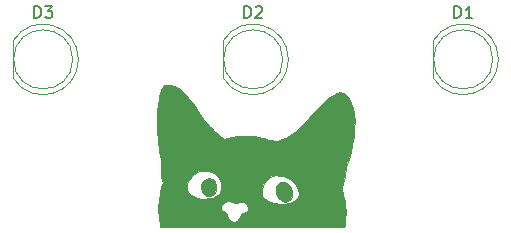
<source format=gbr>
G04 #@! TF.GenerationSoftware,KiCad,Pcbnew,5.1.5-52549c5~84~ubuntu18.04.1*
G04 #@! TF.CreationDate,2020-03-02T21:01:08-05:00*
G04 #@! TF.ProjectId,left-board_rev2,6c656674-2d62-46f6-9172-645f72657632,rev?*
G04 #@! TF.SameCoordinates,Original*
G04 #@! TF.FileFunction,Legend,Top*
G04 #@! TF.FilePolarity,Positive*
%FSLAX46Y46*%
G04 Gerber Fmt 4.6, Leading zero omitted, Abs format (unit mm)*
G04 Created by KiCad (PCBNEW 5.1.5-52549c5~84~ubuntu18.04.1) date 2020-03-02 21:01:08*
%MOMM*%
%LPD*%
G04 APERTURE LIST*
%ADD10C,0.010000*%
%ADD11C,0.120000*%
%ADD12C,0.150000*%
G04 APERTURE END LIST*
D10*
G36*
X112322832Y-40238187D02*
G01*
X112453505Y-40257542D01*
X112705681Y-40334216D01*
X112951831Y-40451701D01*
X113197430Y-40615249D01*
X113447955Y-40830112D01*
X113708882Y-41101543D01*
X113985687Y-41434793D01*
X114283847Y-41835114D01*
X114608837Y-42307759D01*
X114639904Y-42354500D01*
X114864325Y-42688854D01*
X115057289Y-42966137D01*
X115230565Y-43202080D01*
X115395921Y-43412411D01*
X115565126Y-43612862D01*
X115669251Y-43730333D01*
X115857066Y-43928488D01*
X116068081Y-44133822D01*
X116284960Y-44330894D01*
X116490369Y-44504259D01*
X116666973Y-44638474D01*
X116748462Y-44691753D01*
X116932090Y-44801062D01*
X117595128Y-44690934D01*
X118014689Y-44624907D01*
X118370316Y-44579348D01*
X118680408Y-44554998D01*
X118963368Y-44552596D01*
X119237597Y-44572880D01*
X119521494Y-44616591D01*
X119833463Y-44684468D01*
X120191902Y-44777250D01*
X120269000Y-44798367D01*
X120635244Y-44893303D01*
X120939336Y-44955747D01*
X121197498Y-44985241D01*
X121425952Y-44981324D01*
X121640919Y-44943537D01*
X121858622Y-44871420D01*
X122095282Y-44764513D01*
X122133238Y-44745539D01*
X122409381Y-44596125D01*
X122667952Y-44433007D01*
X122919975Y-44246808D01*
X123176471Y-44028154D01*
X123448467Y-43767669D01*
X123746983Y-43455980D01*
X124070351Y-43098064D01*
X124459106Y-42665597D01*
X124817706Y-42280586D01*
X125142163Y-41947009D01*
X125428491Y-41668844D01*
X125672704Y-41450068D01*
X125870814Y-41294659D01*
X125893361Y-41279055D01*
X126218177Y-41079729D01*
X126503000Y-40952411D01*
X126752704Y-40897307D01*
X126972161Y-40914624D01*
X127166244Y-41004567D01*
X127339827Y-41167343D01*
X127464455Y-41345549D01*
X127668622Y-41760759D01*
X127820249Y-42235357D01*
X127919348Y-42762348D01*
X127965931Y-43334735D01*
X127960011Y-43945524D01*
X127901598Y-44587718D01*
X127790706Y-45254324D01*
X127627345Y-45938344D01*
X127455636Y-46503166D01*
X127382915Y-46726679D01*
X127321154Y-46926905D01*
X127275016Y-47087891D01*
X127249162Y-47193684D01*
X127245282Y-47222833D01*
X127233856Y-47458241D01*
X127196333Y-47743534D01*
X127137849Y-48049901D01*
X127063541Y-48348529D01*
X127017781Y-48499053D01*
X126955994Y-48690217D01*
X126915256Y-48837568D01*
X126895535Y-48962578D01*
X126896800Y-49086718D01*
X126919020Y-49231460D01*
X126962164Y-49418275D01*
X127016131Y-49629550D01*
X127070293Y-49855539D01*
X127121809Y-50097689D01*
X127162104Y-50314801D01*
X127172460Y-50380587D01*
X127192347Y-50584167D01*
X127202257Y-50837096D01*
X127202847Y-51117495D01*
X127194772Y-51403484D01*
X127178687Y-51673185D01*
X127155247Y-51904718D01*
X127125108Y-52076204D01*
X127121221Y-52091166D01*
X127063500Y-52302833D01*
X119290279Y-52313529D01*
X111517059Y-52324225D01*
X111469490Y-52080695D01*
X111379079Y-51424985D01*
X111354715Y-50740298D01*
X111361553Y-50624065D01*
X116655546Y-50624065D01*
X116676500Y-50770696D01*
X116737640Y-50890663D01*
X116824416Y-50960500D01*
X116869652Y-50969333D01*
X116959237Y-51006488D01*
X117053653Y-51103295D01*
X117135300Y-51237762D01*
X117179170Y-51356050D01*
X117251868Y-51563079D01*
X117351517Y-51710257D01*
X117487883Y-51817862D01*
X117674406Y-51888970D01*
X117864112Y-51886224D01*
X118026705Y-51815022D01*
X118127450Y-51705135D01*
X118218875Y-51533971D01*
X118237555Y-51486939D01*
X118314142Y-51303697D01*
X118388544Y-51186129D01*
X118476291Y-51117118D01*
X118592914Y-51079545D01*
X118610183Y-51076227D01*
X118792121Y-51025629D01*
X118902168Y-50948108D01*
X118951392Y-50833659D01*
X118956666Y-50763042D01*
X118920472Y-50591867D01*
X118825439Y-50420340D01*
X118691889Y-50278140D01*
X118576311Y-50207600D01*
X118480346Y-50178102D01*
X118374743Y-50173527D01*
X118228469Y-50193642D01*
X118171575Y-50204544D01*
X118025684Y-50229837D01*
X117910429Y-50235557D01*
X117792035Y-50219303D01*
X117636729Y-50178679D01*
X117582304Y-50162691D01*
X117343354Y-50107086D01*
X117154107Y-50103343D01*
X116994605Y-50155203D01*
X116844891Y-50266408D01*
X116801701Y-50309003D01*
X116703580Y-50431610D01*
X116661371Y-50553001D01*
X116655546Y-50624065D01*
X111361553Y-50624065D01*
X111395370Y-50049329D01*
X111500018Y-49374768D01*
X111607667Y-48938235D01*
X113742310Y-48938235D01*
X113776621Y-49163470D01*
X113874881Y-49351484D01*
X114057649Y-49536984D01*
X114310296Y-49691804D01*
X114621903Y-49810568D01*
X114956166Y-49884118D01*
X115127988Y-49896177D01*
X115349120Y-49892229D01*
X115586244Y-49874737D01*
X115806044Y-49846162D01*
X115975201Y-49808968D01*
X115975908Y-49808751D01*
X116240332Y-49701792D01*
X116432975Y-49560258D01*
X116487034Y-49482161D01*
X120116041Y-49482161D01*
X120151498Y-49633071D01*
X120154824Y-49639696D01*
X120316046Y-49858590D01*
X120547392Y-50037992D01*
X120842916Y-50175583D01*
X121196674Y-50269039D01*
X121602718Y-50316042D01*
X121898833Y-50320438D01*
X122134482Y-50312708D01*
X122307603Y-50299189D01*
X122440299Y-50276574D01*
X122554673Y-50241553D01*
X122628111Y-50211257D01*
X122831884Y-50090598D01*
X123017285Y-49926342D01*
X123161482Y-49741732D01*
X123231004Y-49597526D01*
X123258298Y-49386866D01*
X123216726Y-49154212D01*
X123114443Y-48912720D01*
X122959608Y-48675548D01*
X122760377Y-48455854D01*
X122524909Y-48266795D01*
X122338126Y-48157335D01*
X121976151Y-48009846D01*
X121627046Y-47932831D01*
X121298483Y-47925384D01*
X120998136Y-47986599D01*
X120733679Y-48115570D01*
X120512787Y-48311393D01*
X120459038Y-48379102D01*
X120337129Y-48579625D01*
X120237056Y-48810160D01*
X120163638Y-49050738D01*
X120121694Y-49281394D01*
X120116041Y-49482161D01*
X116487034Y-49482161D01*
X116562454Y-49373206D01*
X116637392Y-49129692D01*
X116660691Y-48939411D01*
X116648906Y-48595263D01*
X116563769Y-48291111D01*
X116408494Y-48030814D01*
X116186297Y-47818230D01*
X115900391Y-47657217D01*
X115553991Y-47551635D01*
X115495144Y-47540488D01*
X115148202Y-47519956D01*
X114818944Y-47579247D01*
X114515355Y-47714074D01*
X114245420Y-47920152D01*
X114017125Y-48193193D01*
X113898262Y-48397684D01*
X113782812Y-48684794D01*
X113742310Y-48938235D01*
X111607667Y-48938235D01*
X111612589Y-48918278D01*
X111709869Y-48581723D01*
X111626717Y-48262111D01*
X111593861Y-48120622D01*
X111571371Y-47979247D01*
X111557861Y-47818681D01*
X111551949Y-47619620D01*
X111552251Y-47362760D01*
X111553735Y-47244000D01*
X111555976Y-46954765D01*
X111551741Y-46722894D01*
X111538876Y-46521193D01*
X111515229Y-46322470D01*
X111478646Y-46099531D01*
X111451491Y-45952833D01*
X111380523Y-45543952D01*
X111327053Y-45149722D01*
X111289324Y-44748677D01*
X111265579Y-44319351D01*
X111254061Y-43840280D01*
X111252289Y-43518666D01*
X111259153Y-42941791D01*
X111280490Y-42434098D01*
X111317417Y-41981164D01*
X111371048Y-41568565D01*
X111427540Y-41253833D01*
X111488401Y-40995681D01*
X111560509Y-40757279D01*
X111637948Y-40553788D01*
X111714801Y-40400368D01*
X111785151Y-40312178D01*
X111798478Y-40303399D01*
X111938371Y-40257968D01*
X112124977Y-40235403D01*
X112322832Y-40238187D01*
G37*
X112322832Y-40238187D02*
X112453505Y-40257542D01*
X112705681Y-40334216D01*
X112951831Y-40451701D01*
X113197430Y-40615249D01*
X113447955Y-40830112D01*
X113708882Y-41101543D01*
X113985687Y-41434793D01*
X114283847Y-41835114D01*
X114608837Y-42307759D01*
X114639904Y-42354500D01*
X114864325Y-42688854D01*
X115057289Y-42966137D01*
X115230565Y-43202080D01*
X115395921Y-43412411D01*
X115565126Y-43612862D01*
X115669251Y-43730333D01*
X115857066Y-43928488D01*
X116068081Y-44133822D01*
X116284960Y-44330894D01*
X116490369Y-44504259D01*
X116666973Y-44638474D01*
X116748462Y-44691753D01*
X116932090Y-44801062D01*
X117595128Y-44690934D01*
X118014689Y-44624907D01*
X118370316Y-44579348D01*
X118680408Y-44554998D01*
X118963368Y-44552596D01*
X119237597Y-44572880D01*
X119521494Y-44616591D01*
X119833463Y-44684468D01*
X120191902Y-44777250D01*
X120269000Y-44798367D01*
X120635244Y-44893303D01*
X120939336Y-44955747D01*
X121197498Y-44985241D01*
X121425952Y-44981324D01*
X121640919Y-44943537D01*
X121858622Y-44871420D01*
X122095282Y-44764513D01*
X122133238Y-44745539D01*
X122409381Y-44596125D01*
X122667952Y-44433007D01*
X122919975Y-44246808D01*
X123176471Y-44028154D01*
X123448467Y-43767669D01*
X123746983Y-43455980D01*
X124070351Y-43098064D01*
X124459106Y-42665597D01*
X124817706Y-42280586D01*
X125142163Y-41947009D01*
X125428491Y-41668844D01*
X125672704Y-41450068D01*
X125870814Y-41294659D01*
X125893361Y-41279055D01*
X126218177Y-41079729D01*
X126503000Y-40952411D01*
X126752704Y-40897307D01*
X126972161Y-40914624D01*
X127166244Y-41004567D01*
X127339827Y-41167343D01*
X127464455Y-41345549D01*
X127668622Y-41760759D01*
X127820249Y-42235357D01*
X127919348Y-42762348D01*
X127965931Y-43334735D01*
X127960011Y-43945524D01*
X127901598Y-44587718D01*
X127790706Y-45254324D01*
X127627345Y-45938344D01*
X127455636Y-46503166D01*
X127382915Y-46726679D01*
X127321154Y-46926905D01*
X127275016Y-47087891D01*
X127249162Y-47193684D01*
X127245282Y-47222833D01*
X127233856Y-47458241D01*
X127196333Y-47743534D01*
X127137849Y-48049901D01*
X127063541Y-48348529D01*
X127017781Y-48499053D01*
X126955994Y-48690217D01*
X126915256Y-48837568D01*
X126895535Y-48962578D01*
X126896800Y-49086718D01*
X126919020Y-49231460D01*
X126962164Y-49418275D01*
X127016131Y-49629550D01*
X127070293Y-49855539D01*
X127121809Y-50097689D01*
X127162104Y-50314801D01*
X127172460Y-50380587D01*
X127192347Y-50584167D01*
X127202257Y-50837096D01*
X127202847Y-51117495D01*
X127194772Y-51403484D01*
X127178687Y-51673185D01*
X127155247Y-51904718D01*
X127125108Y-52076204D01*
X127121221Y-52091166D01*
X127063500Y-52302833D01*
X119290279Y-52313529D01*
X111517059Y-52324225D01*
X111469490Y-52080695D01*
X111379079Y-51424985D01*
X111354715Y-50740298D01*
X111361553Y-50624065D01*
X116655546Y-50624065D01*
X116676500Y-50770696D01*
X116737640Y-50890663D01*
X116824416Y-50960500D01*
X116869652Y-50969333D01*
X116959237Y-51006488D01*
X117053653Y-51103295D01*
X117135300Y-51237762D01*
X117179170Y-51356050D01*
X117251868Y-51563079D01*
X117351517Y-51710257D01*
X117487883Y-51817862D01*
X117674406Y-51888970D01*
X117864112Y-51886224D01*
X118026705Y-51815022D01*
X118127450Y-51705135D01*
X118218875Y-51533971D01*
X118237555Y-51486939D01*
X118314142Y-51303697D01*
X118388544Y-51186129D01*
X118476291Y-51117118D01*
X118592914Y-51079545D01*
X118610183Y-51076227D01*
X118792121Y-51025629D01*
X118902168Y-50948108D01*
X118951392Y-50833659D01*
X118956666Y-50763042D01*
X118920472Y-50591867D01*
X118825439Y-50420340D01*
X118691889Y-50278140D01*
X118576311Y-50207600D01*
X118480346Y-50178102D01*
X118374743Y-50173527D01*
X118228469Y-50193642D01*
X118171575Y-50204544D01*
X118025684Y-50229837D01*
X117910429Y-50235557D01*
X117792035Y-50219303D01*
X117636729Y-50178679D01*
X117582304Y-50162691D01*
X117343354Y-50107086D01*
X117154107Y-50103343D01*
X116994605Y-50155203D01*
X116844891Y-50266408D01*
X116801701Y-50309003D01*
X116703580Y-50431610D01*
X116661371Y-50553001D01*
X116655546Y-50624065D01*
X111361553Y-50624065D01*
X111395370Y-50049329D01*
X111500018Y-49374768D01*
X111607667Y-48938235D01*
X113742310Y-48938235D01*
X113776621Y-49163470D01*
X113874881Y-49351484D01*
X114057649Y-49536984D01*
X114310296Y-49691804D01*
X114621903Y-49810568D01*
X114956166Y-49884118D01*
X115127988Y-49896177D01*
X115349120Y-49892229D01*
X115586244Y-49874737D01*
X115806044Y-49846162D01*
X115975201Y-49808968D01*
X115975908Y-49808751D01*
X116240332Y-49701792D01*
X116432975Y-49560258D01*
X116487034Y-49482161D01*
X120116041Y-49482161D01*
X120151498Y-49633071D01*
X120154824Y-49639696D01*
X120316046Y-49858590D01*
X120547392Y-50037992D01*
X120842916Y-50175583D01*
X121196674Y-50269039D01*
X121602718Y-50316042D01*
X121898833Y-50320438D01*
X122134482Y-50312708D01*
X122307603Y-50299189D01*
X122440299Y-50276574D01*
X122554673Y-50241553D01*
X122628111Y-50211257D01*
X122831884Y-50090598D01*
X123017285Y-49926342D01*
X123161482Y-49741732D01*
X123231004Y-49597526D01*
X123258298Y-49386866D01*
X123216726Y-49154212D01*
X123114443Y-48912720D01*
X122959608Y-48675548D01*
X122760377Y-48455854D01*
X122524909Y-48266795D01*
X122338126Y-48157335D01*
X121976151Y-48009846D01*
X121627046Y-47932831D01*
X121298483Y-47925384D01*
X120998136Y-47986599D01*
X120733679Y-48115570D01*
X120512787Y-48311393D01*
X120459038Y-48379102D01*
X120337129Y-48579625D01*
X120237056Y-48810160D01*
X120163638Y-49050738D01*
X120121694Y-49281394D01*
X120116041Y-49482161D01*
X116487034Y-49482161D01*
X116562454Y-49373206D01*
X116637392Y-49129692D01*
X116660691Y-48939411D01*
X116648906Y-48595263D01*
X116563769Y-48291111D01*
X116408494Y-48030814D01*
X116186297Y-47818230D01*
X115900391Y-47657217D01*
X115553991Y-47551635D01*
X115495144Y-47540488D01*
X115148202Y-47519956D01*
X114818944Y-47579247D01*
X114515355Y-47714074D01*
X114245420Y-47920152D01*
X114017125Y-48193193D01*
X113898262Y-48397684D01*
X113782812Y-48684794D01*
X113742310Y-48938235D01*
X111607667Y-48938235D01*
X111612589Y-48918278D01*
X111709869Y-48581723D01*
X111626717Y-48262111D01*
X111593861Y-48120622D01*
X111571371Y-47979247D01*
X111557861Y-47818681D01*
X111551949Y-47619620D01*
X111552251Y-47362760D01*
X111553735Y-47244000D01*
X111555976Y-46954765D01*
X111551741Y-46722894D01*
X111538876Y-46521193D01*
X111515229Y-46322470D01*
X111478646Y-46099531D01*
X111451491Y-45952833D01*
X111380523Y-45543952D01*
X111327053Y-45149722D01*
X111289324Y-44748677D01*
X111265579Y-44319351D01*
X111254061Y-43840280D01*
X111252289Y-43518666D01*
X111259153Y-42941791D01*
X111280490Y-42434098D01*
X111317417Y-41981164D01*
X111371048Y-41568565D01*
X111427540Y-41253833D01*
X111488401Y-40995681D01*
X111560509Y-40757279D01*
X111637948Y-40553788D01*
X111714801Y-40400368D01*
X111785151Y-40312178D01*
X111798478Y-40303399D01*
X111938371Y-40257968D01*
X112124977Y-40235403D01*
X112322832Y-40238187D01*
G36*
X122086781Y-48513312D02*
G01*
X122311017Y-48614941D01*
X122487796Y-48781238D01*
X122610999Y-49002984D01*
X122674510Y-49270960D01*
X122682000Y-49410339D01*
X122654821Y-49684843D01*
X122575883Y-49897891D01*
X122449085Y-50045985D01*
X122278326Y-50125624D01*
X122067504Y-50133310D01*
X121914533Y-50099218D01*
X121704538Y-49992063D01*
X121525209Y-49818427D01*
X121391890Y-49595100D01*
X121350889Y-49482505D01*
X121304312Y-49305112D01*
X121288674Y-49168927D01*
X121302701Y-49036858D01*
X121331560Y-48919502D01*
X121426189Y-48719051D01*
X121575635Y-48576847D01*
X121767625Y-48499491D01*
X121989885Y-48493584D01*
X122086781Y-48513312D01*
G37*
X122086781Y-48513312D02*
X122311017Y-48614941D01*
X122487796Y-48781238D01*
X122610999Y-49002984D01*
X122674510Y-49270960D01*
X122682000Y-49410339D01*
X122654821Y-49684843D01*
X122575883Y-49897891D01*
X122449085Y-50045985D01*
X122278326Y-50125624D01*
X122067504Y-50133310D01*
X121914533Y-50099218D01*
X121704538Y-49992063D01*
X121525209Y-49818427D01*
X121391890Y-49595100D01*
X121350889Y-49482505D01*
X121304312Y-49305112D01*
X121288674Y-49168927D01*
X121302701Y-49036858D01*
X121331560Y-48919502D01*
X121426189Y-48719051D01*
X121575635Y-48576847D01*
X121767625Y-48499491D01*
X121989885Y-48493584D01*
X122086781Y-48513312D01*
G36*
X115875592Y-48225241D02*
G01*
X116052438Y-48334492D01*
X116180971Y-48496712D01*
X116248583Y-48708481D01*
X116259183Y-48950892D01*
X116216045Y-49195137D01*
X116122444Y-49412409D01*
X116068120Y-49489609D01*
X115907434Y-49623534D01*
X115711203Y-49692771D01*
X115502126Y-49694084D01*
X115302902Y-49624235D01*
X115269343Y-49603524D01*
X115111764Y-49451217D01*
X115009084Y-49253399D01*
X114961250Y-49028972D01*
X114968211Y-48796836D01*
X115029913Y-48575893D01*
X115146306Y-48385043D01*
X115273026Y-48270583D01*
X115464163Y-48187876D01*
X115672259Y-48174565D01*
X115875592Y-48225241D01*
G37*
X115875592Y-48225241D02*
X116052438Y-48334492D01*
X116180971Y-48496712D01*
X116248583Y-48708481D01*
X116259183Y-48950892D01*
X116216045Y-49195137D01*
X116122444Y-49412409D01*
X116068120Y-49489609D01*
X115907434Y-49623534D01*
X115711203Y-49692771D01*
X115502126Y-49694084D01*
X115302902Y-49624235D01*
X115269343Y-49603524D01*
X115111764Y-49451217D01*
X115009084Y-49253399D01*
X114961250Y-49028972D01*
X114968211Y-48796836D01*
X115029913Y-48575893D01*
X115146306Y-48385043D01*
X115273026Y-48270583D01*
X115464163Y-48187876D01*
X115672259Y-48174565D01*
X115875592Y-48225241D01*
D11*
X99040000Y-36555000D02*
X99040000Y-39645000D01*
X104100000Y-38100000D02*
G75*
G03X104100000Y-38100000I-2500000J0D01*
G01*
X104590000Y-38099538D02*
G75*
G02X99040000Y-39644830I-2990000J-462D01*
G01*
X104590000Y-38100462D02*
G75*
G03X99040000Y-36555170I-2990000J462D01*
G01*
X116820000Y-36555000D02*
X116820000Y-39645000D01*
X121880000Y-38100000D02*
G75*
G03X121880000Y-38100000I-2500000J0D01*
G01*
X122370000Y-38099538D02*
G75*
G02X116820000Y-39644830I-2990000J-462D01*
G01*
X122370000Y-38100462D02*
G75*
G03X116820000Y-36555170I-2990000J462D01*
G01*
X134600000Y-36555000D02*
X134600000Y-39645000D01*
X139660000Y-38100000D02*
G75*
G03X139660000Y-38100000I-2500000J0D01*
G01*
X140150000Y-38099538D02*
G75*
G02X134600000Y-39644830I-2990000J-462D01*
G01*
X140150000Y-38100462D02*
G75*
G03X134600000Y-36555170I-2990000J462D01*
G01*
D12*
X100861904Y-34592380D02*
X100861904Y-33592380D01*
X101100000Y-33592380D01*
X101242857Y-33640000D01*
X101338095Y-33735238D01*
X101385714Y-33830476D01*
X101433333Y-34020952D01*
X101433333Y-34163809D01*
X101385714Y-34354285D01*
X101338095Y-34449523D01*
X101242857Y-34544761D01*
X101100000Y-34592380D01*
X100861904Y-34592380D01*
X101766666Y-33592380D02*
X102385714Y-33592380D01*
X102052380Y-33973333D01*
X102195238Y-33973333D01*
X102290476Y-34020952D01*
X102338095Y-34068571D01*
X102385714Y-34163809D01*
X102385714Y-34401904D01*
X102338095Y-34497142D01*
X102290476Y-34544761D01*
X102195238Y-34592380D01*
X101909523Y-34592380D01*
X101814285Y-34544761D01*
X101766666Y-34497142D01*
X118641904Y-34592380D02*
X118641904Y-33592380D01*
X118880000Y-33592380D01*
X119022857Y-33640000D01*
X119118095Y-33735238D01*
X119165714Y-33830476D01*
X119213333Y-34020952D01*
X119213333Y-34163809D01*
X119165714Y-34354285D01*
X119118095Y-34449523D01*
X119022857Y-34544761D01*
X118880000Y-34592380D01*
X118641904Y-34592380D01*
X119594285Y-33687619D02*
X119641904Y-33640000D01*
X119737142Y-33592380D01*
X119975238Y-33592380D01*
X120070476Y-33640000D01*
X120118095Y-33687619D01*
X120165714Y-33782857D01*
X120165714Y-33878095D01*
X120118095Y-34020952D01*
X119546666Y-34592380D01*
X120165714Y-34592380D01*
X136421904Y-34592380D02*
X136421904Y-33592380D01*
X136660000Y-33592380D01*
X136802857Y-33640000D01*
X136898095Y-33735238D01*
X136945714Y-33830476D01*
X136993333Y-34020952D01*
X136993333Y-34163809D01*
X136945714Y-34354285D01*
X136898095Y-34449523D01*
X136802857Y-34544761D01*
X136660000Y-34592380D01*
X136421904Y-34592380D01*
X137945714Y-34592380D02*
X137374285Y-34592380D01*
X137660000Y-34592380D02*
X137660000Y-33592380D01*
X137564761Y-33735238D01*
X137469523Y-33830476D01*
X137374285Y-33878095D01*
M02*

</source>
